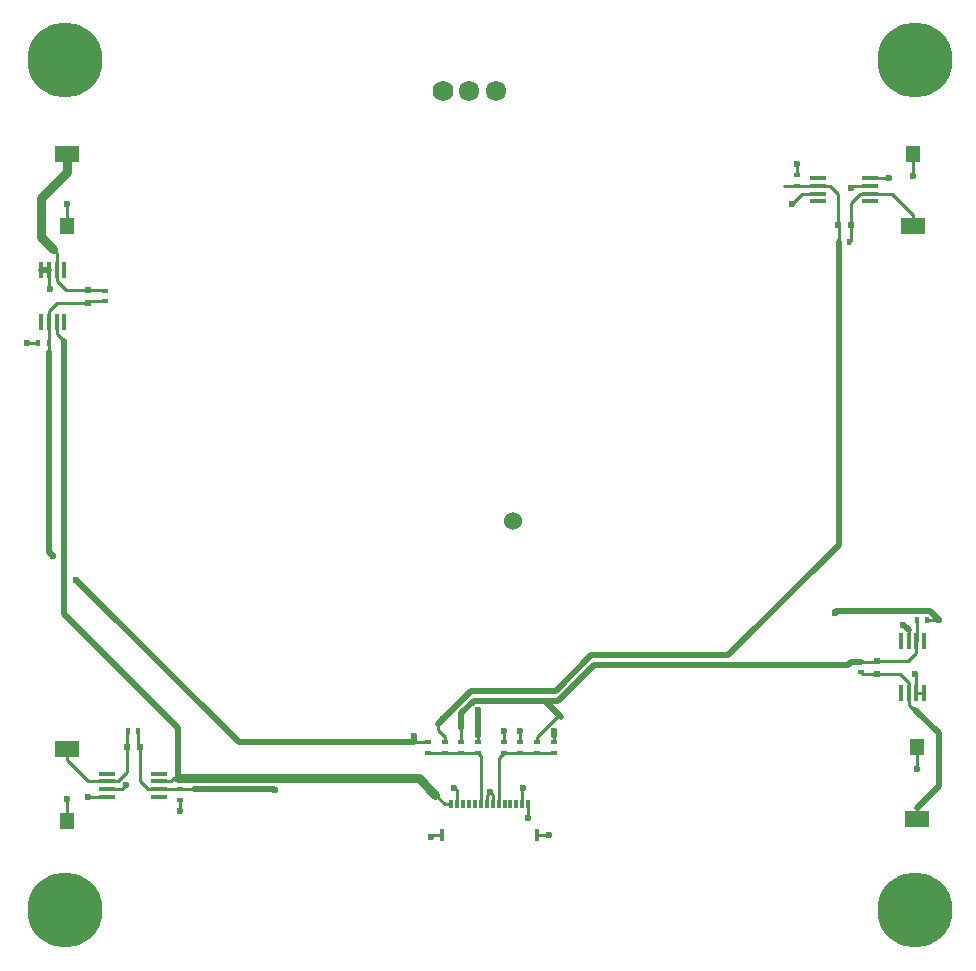
<source format=gbr>
G04 #@! TF.FileFunction,Copper,L1,Top,Signal*
%FSLAX46Y46*%
G04 Gerber Fmt 4.6, Leading zero omitted, Abs format (unit mm)*
G04 Created by KiCad (PCBNEW 4.0.7-e2-6376~58~ubuntu16.04.1) date Mon Apr 23 10:52:02 2018*
%MOMM*%
%LPD*%
G01*
G04 APERTURE LIST*
%ADD10C,0.100000*%
%ADD11R,0.300000X0.700000*%
%ADD12R,0.300000X1.000000*%
%ADD13C,1.524000*%
%ADD14R,0.500000X0.600000*%
%ADD15R,0.600000X0.500000*%
%ADD16R,1.200000X1.400000*%
%ADD17R,2.000000X1.400000*%
%ADD18C,6.350000*%
%ADD19R,0.600000X0.400000*%
%ADD20R,0.400000X0.600000*%
%ADD21C,1.720000*%
%ADD22C,1.760000*%
%ADD23R,1.450000X0.450000*%
%ADD24R,0.450000X1.450000*%
%ADD25C,0.600000*%
%ADD26C,0.500000*%
%ADD27C,0.250000*%
%ADD28C,0.800000*%
G04 APERTURE END LIST*
D10*
D11*
X149750000Y-127000000D03*
X149250000Y-127000000D03*
X148750000Y-127000000D03*
X148250000Y-127000000D03*
X147750000Y-127000000D03*
X147250000Y-127000000D03*
X146750000Y-127000000D03*
X153250000Y-127000000D03*
X151750000Y-127000000D03*
X152250000Y-127000000D03*
X152750000Y-127000000D03*
X151250000Y-127000000D03*
X150750000Y-127000000D03*
X150250000Y-127000000D03*
D12*
X145960000Y-129650000D03*
X154040000Y-129650000D03*
D13*
X152000000Y-103000000D03*
D14*
X116000000Y-84550000D03*
X116000000Y-83450000D03*
D15*
X179450000Y-78000000D03*
X180550000Y-78000000D03*
D14*
X182800000Y-114850000D03*
X182800000Y-115950000D03*
D15*
X120350000Y-122200000D03*
X119250000Y-122200000D03*
D16*
X114200000Y-78050000D03*
D17*
X114200000Y-71950000D03*
D16*
X185800000Y-71950000D03*
D17*
X185800000Y-78050000D03*
D16*
X186200000Y-122150000D03*
D17*
X186200000Y-128250000D03*
D16*
X114200000Y-128450000D03*
D17*
X114200000Y-122350000D03*
D18*
X114000000Y-136000000D03*
X186000000Y-136000000D03*
X114000000Y-64000000D03*
X186000000Y-64000000D03*
D19*
X117400000Y-84450000D03*
X117400000Y-83550000D03*
D20*
X112650000Y-88000000D03*
X111750000Y-88000000D03*
X179550000Y-79400000D03*
X180450000Y-79400000D03*
D19*
X176000000Y-74650000D03*
X176000000Y-73750000D03*
X181400000Y-114950000D03*
X181400000Y-115850000D03*
D20*
X186150000Y-111400000D03*
X187050000Y-111400000D03*
X120250000Y-120800000D03*
X119350000Y-120800000D03*
D19*
X123800000Y-125750000D03*
X123800000Y-126650000D03*
X144800000Y-121750000D03*
X144800000Y-122650000D03*
X151200000Y-121750000D03*
X151200000Y-122650000D03*
X146200000Y-121750000D03*
X146200000Y-122650000D03*
X152600000Y-121750000D03*
X152600000Y-122650000D03*
X147600000Y-121750000D03*
X147600000Y-122650000D03*
X154000000Y-121750000D03*
X154000000Y-122650000D03*
X149000000Y-121750000D03*
X149000000Y-122650000D03*
X155400000Y-121750000D03*
X155400000Y-122650000D03*
D21*
X148260000Y-66600000D03*
X150500000Y-66600000D03*
D22*
X146000000Y-66600000D03*
D23*
X117600000Y-125075000D03*
X117600000Y-124425000D03*
X117600000Y-125725000D03*
X117600000Y-126375000D03*
X122000000Y-124425000D03*
X122000000Y-125075000D03*
X122000000Y-125725000D03*
X122000000Y-126375000D03*
D24*
X185475000Y-117600000D03*
X184825000Y-117600000D03*
X186125000Y-117600000D03*
X186775000Y-117600000D03*
X184825000Y-113200000D03*
X185475000Y-113200000D03*
X186125000Y-113200000D03*
X186775000Y-113200000D03*
D23*
X182200000Y-75325000D03*
X182200000Y-75975000D03*
X182200000Y-74675000D03*
X182200000Y-74025000D03*
X177800000Y-75975000D03*
X177800000Y-75325000D03*
X177800000Y-74675000D03*
X177800000Y-74025000D03*
D24*
X113325000Y-81800000D03*
X113975000Y-81800000D03*
X112675000Y-81800000D03*
X112025000Y-81800000D03*
X113975000Y-86200000D03*
X113325000Y-86200000D03*
X112675000Y-86200000D03*
X112025000Y-86200000D03*
D25*
X113000000Y-106000000D03*
X115000000Y-108000000D03*
X151200000Y-120800000D03*
X143600000Y-121200000D03*
X152600000Y-120800000D03*
X146000000Y-119800000D03*
X155400000Y-120800000D03*
X149000000Y-119000000D03*
X131800000Y-125800000D03*
X179200000Y-110800000D03*
X150000000Y-126000000D03*
X147000000Y-125600000D03*
X152800000Y-125600000D03*
X155000000Y-129600000D03*
X145000000Y-129800000D03*
X114200000Y-126600000D03*
X116000000Y-126400000D03*
X119200000Y-125400000D03*
X123800000Y-127600000D03*
X188000000Y-111400000D03*
X186200000Y-124000000D03*
X186000000Y-116000000D03*
X176000000Y-72800000D03*
X110800000Y-88000000D03*
X185800000Y-73800000D03*
X114200000Y-76200000D03*
X183800000Y-74000000D03*
X180600000Y-74800000D03*
X112800000Y-83400000D03*
X185000000Y-111800000D03*
X153200000Y-128200000D03*
X145400000Y-126200000D03*
X175575736Y-76200000D03*
D26*
X112650000Y-88750000D02*
X112650000Y-105650000D01*
X112650000Y-105650000D02*
X113000000Y-106000000D01*
X131160037Y-121750000D02*
X128750000Y-121750000D01*
X128750000Y-121750000D02*
X115000000Y-108000000D01*
D27*
X144800000Y-121750000D02*
X143550000Y-121750000D01*
X151200000Y-121750000D02*
X151200000Y-120800000D01*
D26*
X143550000Y-121750000D02*
X143550000Y-121250000D01*
X143550000Y-121250000D02*
X143600000Y-121200000D01*
X131160037Y-121750000D02*
X143550000Y-121750000D01*
D27*
X112650000Y-88000000D02*
X112650000Y-88750000D01*
X112650000Y-88000000D02*
X112650000Y-86225000D01*
X112650000Y-86225000D02*
X112675000Y-86200000D01*
X112675000Y-86200000D02*
X112675000Y-85225000D01*
X112675000Y-85225000D02*
X113350000Y-84550000D01*
X113350000Y-84550000D02*
X115500000Y-84550000D01*
X115500000Y-84550000D02*
X116000000Y-84550000D01*
X117400000Y-84450000D02*
X116100000Y-84450000D01*
X116100000Y-84450000D02*
X116000000Y-84550000D01*
X113325000Y-81800000D02*
X113325000Y-80325000D01*
X113325000Y-80325000D02*
X113000000Y-80000000D01*
D28*
X112000000Y-79000000D02*
X113000000Y-80000000D01*
X112000000Y-75650000D02*
X112000000Y-79000000D01*
X114200000Y-71950000D02*
X114200000Y-73450000D01*
X114200000Y-73450000D02*
X112000000Y-75650000D01*
D27*
X116000000Y-83450000D02*
X117300000Y-83450000D01*
X117300000Y-83450000D02*
X117400000Y-83550000D01*
X113325000Y-81800000D02*
X113325000Y-82685002D01*
X113325000Y-82685002D02*
X114089998Y-83450000D01*
X114089998Y-83450000D02*
X115500000Y-83450000D01*
X115500000Y-83450000D02*
X116000000Y-83450000D01*
D26*
X146000000Y-119800000D02*
X148400000Y-117400000D01*
X148400000Y-117400000D02*
X155610038Y-117400000D01*
X155610038Y-117400000D02*
X158610038Y-114400000D01*
X158610038Y-114400000D02*
X170200000Y-114400000D01*
X170200000Y-114400000D02*
X179550000Y-105050000D01*
X179550000Y-105050000D02*
X179550000Y-79400000D01*
D27*
X152600000Y-121750000D02*
X152600000Y-120800000D01*
X146200000Y-121750000D02*
X146200000Y-121300000D01*
X146200000Y-121300000D02*
X145600000Y-120700000D01*
X145600000Y-120700000D02*
X145600000Y-120200000D01*
D26*
X145600000Y-120200000D02*
X146000000Y-119800000D01*
D27*
X176000000Y-74650000D02*
X174950000Y-74650000D01*
X176000000Y-74650000D02*
X177775000Y-74650000D01*
X177775000Y-74650000D02*
X177800000Y-74675000D01*
X177800000Y-74675000D02*
X178775000Y-74675000D01*
X178775000Y-74675000D02*
X179450000Y-75350000D01*
X179450000Y-75350000D02*
X179450000Y-77500000D01*
X179450000Y-77500000D02*
X179450000Y-78000000D01*
X179550000Y-79400000D02*
X179550000Y-78100000D01*
X179550000Y-78100000D02*
X179450000Y-78000000D01*
X185800000Y-78050000D02*
X185800000Y-77100000D01*
X185800000Y-77100000D02*
X184025000Y-75325000D01*
X184025000Y-75325000D02*
X183175000Y-75325000D01*
X183175000Y-75325000D02*
X182200000Y-75325000D01*
X180550000Y-78000000D02*
X180550000Y-79300000D01*
X180550000Y-79300000D02*
X180450000Y-79400000D01*
X182200000Y-75325000D02*
X181314998Y-75325000D01*
X181314998Y-75325000D02*
X180550000Y-76089998D01*
X180550000Y-76089998D02*
X180550000Y-77500000D01*
X180550000Y-77500000D02*
X180550000Y-78000000D01*
D26*
X154649999Y-118249999D02*
X155750001Y-118249999D01*
X155750001Y-118249999D02*
X158800000Y-115200000D01*
X158800000Y-115200000D02*
X180350000Y-115200000D01*
X180350000Y-115200000D02*
X180600000Y-114950000D01*
X180600000Y-114950000D02*
X181400000Y-114950000D01*
X156000000Y-119600000D02*
X154649999Y-118249999D01*
D27*
X154000000Y-121750000D02*
X154000000Y-121300000D01*
X155700000Y-119600000D02*
X156000000Y-119600000D01*
X154000000Y-121300000D02*
X155700000Y-119600000D01*
X147600000Y-121750000D02*
X147600000Y-120600000D01*
D26*
X147600000Y-119289998D02*
X147600000Y-120600000D01*
X154649999Y-118249999D02*
X148639999Y-118249999D01*
X148639999Y-118249999D02*
X147600000Y-119289998D01*
D27*
X186150000Y-111400000D02*
X186150000Y-113175000D01*
X186150000Y-113175000D02*
X186125000Y-113200000D01*
X186125000Y-113200000D02*
X186125000Y-114175000D01*
X186125000Y-114175000D02*
X185450000Y-114850000D01*
X185450000Y-114850000D02*
X183300000Y-114850000D01*
X183300000Y-114850000D02*
X182800000Y-114850000D01*
X181400000Y-114950000D02*
X182700000Y-114950000D01*
X182700000Y-114950000D02*
X182800000Y-114850000D01*
X185475000Y-117600000D02*
X185475000Y-118575000D01*
X185475000Y-118575000D02*
X185900000Y-119000000D01*
X185900000Y-119000000D02*
X186000000Y-119000000D01*
D26*
X188000000Y-121000000D02*
X186000000Y-119000000D01*
X186200000Y-127300000D02*
X188000000Y-125500000D01*
X188000000Y-125500000D02*
X188000000Y-121000000D01*
D27*
X186200000Y-128250000D02*
X186200000Y-127300000D01*
X182800000Y-115950000D02*
X181500000Y-115950000D01*
X181500000Y-115950000D02*
X181400000Y-115850000D01*
X185475000Y-117600000D02*
X185475000Y-116714998D01*
X185475000Y-116714998D02*
X184710002Y-115950000D01*
X184710002Y-115950000D02*
X183300000Y-115950000D01*
X183300000Y-115950000D02*
X182800000Y-115950000D01*
X149000000Y-121750000D02*
X149000000Y-121200000D01*
X155400000Y-121750000D02*
X155400000Y-121200000D01*
D26*
X155400000Y-120800000D02*
X155400000Y-121200000D01*
X149000000Y-119424264D02*
X149000000Y-121200000D01*
X149000000Y-119000000D02*
X149000000Y-119424264D01*
X124950000Y-125750000D02*
X131750000Y-125750000D01*
X131750000Y-125750000D02*
X131800000Y-125800000D01*
D27*
X123800000Y-125750000D02*
X124950000Y-125750000D01*
X122000000Y-125725000D02*
X123775000Y-125725000D01*
X123775000Y-125725000D02*
X123800000Y-125750000D01*
X120350000Y-122200000D02*
X120350000Y-125050000D01*
X120350000Y-125050000D02*
X121025000Y-125725000D01*
X121025000Y-125725000D02*
X122000000Y-125725000D01*
X120250000Y-120800000D02*
X120250000Y-122100000D01*
X120250000Y-122100000D02*
X120350000Y-122200000D01*
X114200000Y-122350000D02*
X114200000Y-123300000D01*
X114200000Y-123300000D02*
X115975000Y-125075000D01*
X115975000Y-125075000D02*
X116625000Y-125075000D01*
X116625000Y-125075000D02*
X117600000Y-125075000D01*
X119250000Y-122200000D02*
X119250000Y-120900000D01*
X119250000Y-120900000D02*
X119350000Y-120800000D01*
X117600000Y-125075000D02*
X118485002Y-125075000D01*
X119250000Y-124310002D02*
X119250000Y-122700000D01*
X119250000Y-122700000D02*
X119250000Y-122200000D01*
X118485002Y-125075000D02*
X119250000Y-124310002D01*
D26*
X112025000Y-81800000D02*
X112649999Y-81800000D01*
X188000000Y-111400000D02*
X187249999Y-110649999D01*
X187249999Y-110649999D02*
X179350001Y-110649999D01*
X179350001Y-110649999D02*
X179200000Y-110800000D01*
D27*
X186775000Y-117600000D02*
X186125000Y-117600000D01*
X150250000Y-127000000D02*
X150250000Y-126250000D01*
X150250000Y-126250000D02*
X150000000Y-126000000D01*
X149750000Y-127000000D02*
X149750000Y-126250000D01*
X149750000Y-126250000D02*
X150000000Y-126000000D01*
X147250000Y-127000000D02*
X147250000Y-125850000D01*
X147250000Y-125850000D02*
X147000000Y-125600000D01*
X152750000Y-127000000D02*
X152750000Y-125650000D01*
X152750000Y-125650000D02*
X152800000Y-125600000D01*
X154040000Y-129650000D02*
X154950000Y-129650000D01*
X154950000Y-129650000D02*
X155000000Y-129600000D01*
X145960000Y-129650000D02*
X145150000Y-129650000D01*
X145150000Y-129650000D02*
X145000000Y-129800000D01*
X114200000Y-128450000D02*
X114200000Y-126600000D01*
X117600000Y-126375000D02*
X116025000Y-126375000D01*
X116025000Y-126375000D02*
X116000000Y-126400000D01*
X117600000Y-125725000D02*
X118875000Y-125725000D01*
X118875000Y-125725000D02*
X119200000Y-125400000D01*
X123800000Y-126650000D02*
X123800000Y-127600000D01*
X187050000Y-111400000D02*
X188000000Y-111400000D01*
X186200000Y-122150000D02*
X186200000Y-124000000D01*
X186125000Y-117600000D02*
X186125000Y-116125000D01*
X186125000Y-116125000D02*
X186000000Y-116000000D01*
X176000000Y-73750000D02*
X176000000Y-72800000D01*
X111750000Y-88000000D02*
X110800000Y-88000000D01*
X185800000Y-71950000D02*
X185800000Y-73800000D01*
X114200000Y-78050000D02*
X114200000Y-76200000D01*
X182200000Y-74025000D02*
X183775000Y-74025000D01*
X183775000Y-74025000D02*
X183800000Y-74000000D01*
X182200000Y-74675000D02*
X180725000Y-74675000D01*
X112675000Y-81800000D02*
X112675000Y-83275000D01*
X180725000Y-74675000D02*
X180600000Y-74800000D01*
X112675000Y-83275000D02*
X112800000Y-83400000D01*
D26*
X185000000Y-111800000D02*
X185299999Y-112099999D01*
X185299999Y-112099999D02*
X185349999Y-112099999D01*
X185349999Y-112099999D02*
X185475000Y-112225000D01*
X123600000Y-120600000D02*
X113950000Y-110950000D01*
X113950000Y-110950000D02*
X113950000Y-87800000D01*
X123600000Y-124800000D02*
X123600000Y-120600000D01*
D27*
X185475000Y-113200000D02*
X185475000Y-112225000D01*
X153250000Y-127000000D02*
X153250000Y-128150000D01*
X153250000Y-128150000D02*
X153200000Y-128200000D01*
X146750000Y-127000000D02*
X146200000Y-127000000D01*
X146200000Y-127000000D02*
X145400000Y-126200000D01*
D28*
X144000000Y-124800000D02*
X145400000Y-126200000D01*
X143800000Y-124800000D02*
X144000000Y-124800000D01*
X123600000Y-124800000D02*
X143800000Y-124800000D01*
D27*
X123250000Y-124800000D02*
X123600000Y-124800000D01*
X122000000Y-125075000D02*
X122975000Y-125075000D01*
X122975000Y-125075000D02*
X123250000Y-124800000D01*
X177800000Y-75325000D02*
X176450736Y-75325000D01*
X176450736Y-75325000D02*
X175575736Y-76200000D01*
X113325000Y-86200000D02*
X113325000Y-87175000D01*
X113325000Y-87175000D02*
X113950000Y-87800000D01*
X149250000Y-127000000D02*
X149250000Y-122900000D01*
X149250000Y-122900000D02*
X149000000Y-122650000D01*
X147600000Y-122650000D02*
X149000000Y-122650000D01*
X146200000Y-122650000D02*
X147600000Y-122650000D01*
X144800000Y-122650000D02*
X146200000Y-122650000D01*
X150750000Y-127000000D02*
X150750000Y-123100000D01*
X150750000Y-123100000D02*
X151200000Y-122650000D01*
X154000000Y-122650000D02*
X152600000Y-122650000D01*
X155400000Y-122650000D02*
X154000000Y-122650000D01*
X152600000Y-122650000D02*
X151200000Y-122650000D01*
M02*

</source>
